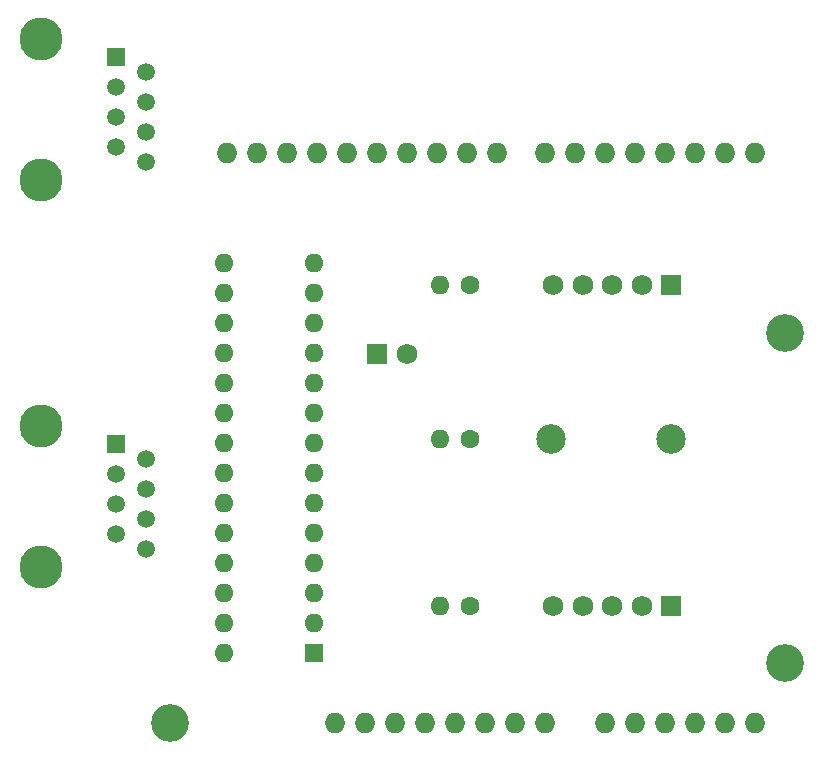
<source format=gbs>
G04 #@! TF.FileFunction,Soldermask,Bot*
%FSLAX46Y46*%
G04 Gerber Fmt 4.6, Leading zero omitted, Abs format (unit mm)*
G04 Created by KiCad (PCBNEW 4.0.7) date 09/23/18 17:07:03*
%MOMM*%
%LPD*%
G01*
G04 APERTURE LIST*
%ADD10C,0.100000*%
%ADD11O,1.727200X1.727200*%
%ADD12C,3.200000*%
%ADD13C,1.600000*%
%ADD14O,1.600000X1.600000*%
%ADD15R,1.750000X1.750000*%
%ADD16C,1.750000*%
%ADD17R,1.600000X1.600000*%
%ADD18C,2.499360*%
%ADD19C,3.650000*%
%ADD20R,1.500000X1.500000*%
%ADD21C,1.500000*%
G04 APERTURE END LIST*
D10*
D11*
X83820000Y-112776000D03*
X78740000Y-112776000D03*
X76200000Y-112776000D03*
X73660000Y-112776000D03*
X71120000Y-112776000D03*
X68580000Y-112776000D03*
X66040000Y-112776000D03*
X63500000Y-112776000D03*
X96520000Y-64516000D03*
X93980000Y-64516000D03*
X91440000Y-64516000D03*
X88900000Y-64516000D03*
X86360000Y-64516000D03*
X83820000Y-64516000D03*
X81280000Y-64516000D03*
X78740000Y-64516000D03*
X59436000Y-64516000D03*
X74676000Y-64516000D03*
X72136000Y-64516000D03*
X69596000Y-64516000D03*
D12*
X99060000Y-107696000D03*
X99060000Y-79756000D03*
X46990000Y-112776000D03*
D11*
X51816000Y-64516000D03*
X54356000Y-64516000D03*
X56896000Y-64516000D03*
X61976000Y-64516000D03*
X64516000Y-64516000D03*
X67056000Y-64516000D03*
X60960000Y-112776000D03*
X86360000Y-112776000D03*
X88900000Y-112776000D03*
X91440000Y-112776000D03*
X93980000Y-112776000D03*
X96520000Y-112776000D03*
D13*
X72390000Y-75692000D03*
D14*
X69850000Y-75692000D03*
D13*
X72390000Y-102870000D03*
D14*
X69850000Y-102870000D03*
D13*
X72390000Y-88773000D03*
D14*
X69850000Y-88773000D03*
D15*
X89408000Y-102870000D03*
D16*
X86908000Y-102870000D03*
X84408000Y-102870000D03*
X81908000Y-102870000D03*
X79408000Y-102870000D03*
D17*
X59182000Y-106870500D03*
D14*
X51562000Y-73850500D03*
X59182000Y-104330500D03*
X51562000Y-76390500D03*
X59182000Y-101790500D03*
X51562000Y-78930500D03*
X59182000Y-99250500D03*
X51562000Y-81470500D03*
X59182000Y-96710500D03*
X51562000Y-84010500D03*
X59182000Y-94170500D03*
X51562000Y-86550500D03*
X59182000Y-91630500D03*
X51562000Y-89090500D03*
X59182000Y-89090500D03*
X51562000Y-91630500D03*
X59182000Y-86550500D03*
X51562000Y-94170500D03*
X59182000Y-84010500D03*
X51562000Y-96710500D03*
X59182000Y-81470500D03*
X51562000Y-99250500D03*
X59182000Y-78930500D03*
X51562000Y-101790500D03*
X59182000Y-76390500D03*
X51562000Y-104330500D03*
X59182000Y-73850500D03*
X51562000Y-106870500D03*
D15*
X89408000Y-75692000D03*
D16*
X86908000Y-75692000D03*
X84408000Y-75692000D03*
X81908000Y-75692000D03*
X79408000Y-75692000D03*
D15*
X64516000Y-81534000D03*
D16*
X67016000Y-81534000D03*
D18*
X79248000Y-88773000D03*
X89408000Y-88773000D03*
D19*
X36068000Y-66768000D03*
X36068000Y-54898000D03*
D20*
X42418000Y-56388000D03*
D21*
X44958000Y-57658000D03*
X42418000Y-58928000D03*
X44958000Y-60198000D03*
X42418000Y-61468000D03*
X44958000Y-62738000D03*
X42418000Y-64008000D03*
X44958000Y-65278000D03*
D19*
X36068000Y-99534000D03*
X36068000Y-87664000D03*
D20*
X42418000Y-89154000D03*
D21*
X44958000Y-90424000D03*
X42418000Y-91694000D03*
X44958000Y-92964000D03*
X42418000Y-94234000D03*
X44958000Y-95504000D03*
X42418000Y-96774000D03*
X44958000Y-98044000D03*
M02*

</source>
